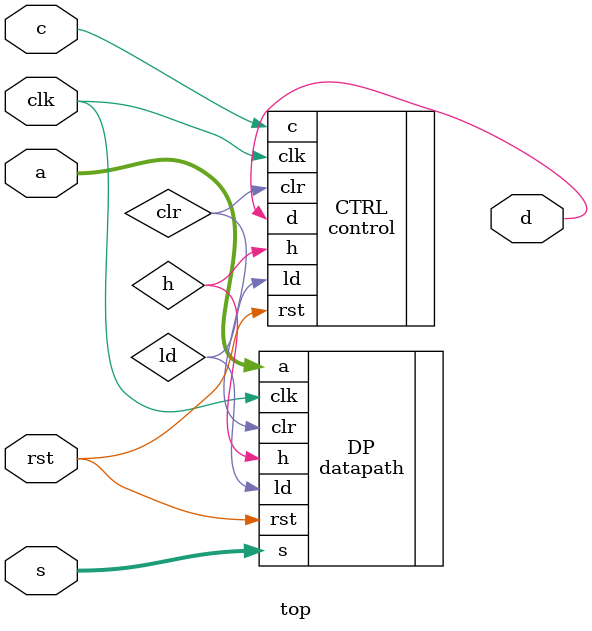
<source format=v>
module top (
    input wire clk,
    input wire rst,
    input wire [7:0] s,  // custo do produto
    input wire [7:0] a,  // valor da moeda
    input wire c,        // moeda depositada
    output wire d        // libera produto
);
    wire ld, clr, h;
    // Instancia datapath
    datapath DP (
        .clk(clk),
        .rst(rst),
        .s(s),
        .a(a),
        .ld(ld),
        .clr(clr),
        .h(h)
    );
    // Instancia unidade de controle
    control CTRL (
        .clk(clk),
        .rst(rst),
        .c(c),
        .h(h),
        .ld(ld),
        .clr(clr),
        .d(d)
    );
endmodule
</source>
